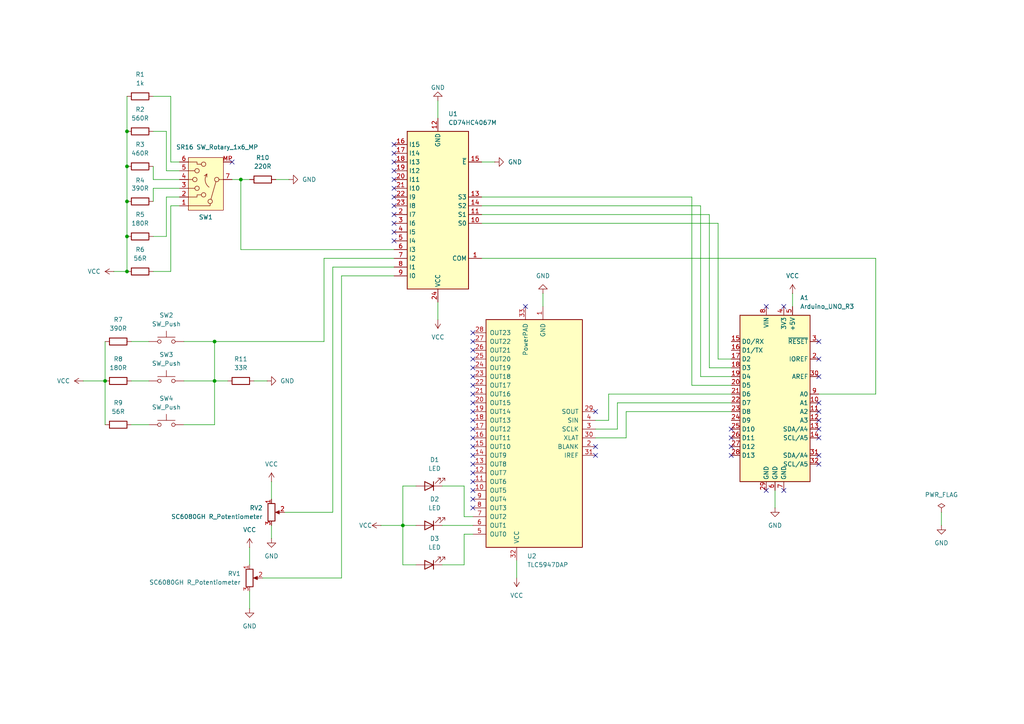
<source format=kicad_sch>
(kicad_sch (version 20231120) (generator "eeschema") (generator_version "8.0")
  (paper "A4")
  (title_block (title "Phaduino LFO Module") (date "2024-04-16") (rev "0.1") (company "callistix"))
  (lib_symbols
    (symbol "74xx:CD74HC4067M"
      (property "Reference" "U" (at -8.89 22.86 0))
      (property "Value" "CD74HC4067M" (at 1.27 22.86 0))
      (symbol "CD74HC4067M_0_1"
        (rectangle (start -8.89 21.59) (end 8.89 -24.13) (stroke (width 0.254)) (fill (type background)))
      )
      (symbol "CD74HC4067M_1_1"
        (pin passive line (at -12.7 12.7 0) (length 3.81) (name "COM") (number "1"))
        (pin input line (at -12.7 2.54 0) (length 3.81) (name "S0") (number "10"))
        (pin input line (at -12.7 0 0) (length 3.81) (name "S1") (number "11"))
        (pin power_in line (at 0 -27.94 90) (length 3.81) (name "GND") (number "12"))
        (pin input line (at -12.7 -5.08 0) (length 3.81) (name "S3") (number "13"))
        (pin input line (at -12.7 -2.54 0) (length 3.81) (name "S2") (number "14"))
        (pin input line (at -12.7 -15.24 0) (length 3.81) (name "~{E}") (number "15"))
        (pin passive line (at 12.7 -20.32 180) (length 3.81) (name "I15") (number "16"))
        (pin passive line (at 12.7 -17.78 180) (length 3.81) (name "I14") (number "17"))
        (pin passive line (at 12.7 -15.24 180) (length 3.81) (name "I13") (number "18"))
        (pin passive line (at 12.7 -12.7 180) (length 3.81) (name "I12") (number "19"))
        (pin passive line (at 12.7 0 180) (length 3.81) (name "I7") (number "2"))
        (pin passive line (at 12.7 -10.16 180) (length 3.81) (name "I11") (number "20"))
        (pin passive line (at 12.7 -7.62 180) (length 3.81) (name "I10") (number "21"))
        (pin passive line (at 12.7 -5.08 180) (length 3.81) (name "I9") (number "22"))
        (pin passive line (at 12.7 -2.54 180) (length 3.81) (name "I8") (number "23"))
        (pin power_in line (at 0 25.4 270) (length 3.81) (name "VCC") (number "24"))
        (pin passive line (at 12.7 2.54 180) (length 3.81) (name "I6") (number "3"))
        (pin passive line (at 12.7 5.08 180) (length 3.81) (name "I5") (number "4"))
        (pin passive line (at 12.7 7.62 180) (length 3.81) (name "I4") (number "5"))
        (pin passive line (at 12.7 10.16 180) (length 3.81) (name "I3") (number "6"))
        (pin passive line (at 12.7 12.7 180) (length 3.81) (name "I2") (number "7"))
        (pin passive line (at 12.7 15.24 180) (length 3.81) (name "I1") (number "8"))
        (pin passive line (at 12.7 17.78 180) (length 3.81) (name "I0") (number "9"))
      )
    )
    (symbol "Device:LED" (pin_numbers hide) (pin_names (offset 1.016) hide)
      (property "Reference" "D" (at 0 2.54 0))
      (property "Value" "LED" (at 0 -2.54 0))
      (symbol "LED_0_1"
        (polyline (pts (xy -1.27 -1.27) (xy -1.27 1.27)) (stroke (width 0.254)))
        (polyline (pts (xy -1.27 0) (xy 1.27 0)))
        (polyline (pts (xy 1.27 -1.27) (xy 1.27 1.27) (xy -1.27 0) (xy 1.27 -1.27)) (stroke (width 0.254)))
        (polyline (pts (xy -3.048 -0.762) (xy -4.572 -2.286) (xy -3.81 -2.286) (xy -4.572 -2.286) (xy -4.572 -1.524)))
        (polyline (pts (xy -1.778 -0.762) (xy -3.302 -2.286) (xy -2.54 -2.286) (xy -3.302 -2.286) (xy -3.302 -1.524)))
      )
      (symbol "LED_1_1"
        (pin passive line (at -3.81 0 0) (length 2.54) (name "K") (number "1"))
        (pin passive line (at 3.81 0 180) (length 2.54) (name "A") (number "2"))
      )
    )
    (symbol "Device:R" (pin_numbers hide) (pin_names (offset 0))
      (property "Reference" "R" (at 2.032 0 90))
      (property "Value" "R" (at 0 0 90))
      (symbol "R_0_1"
        (rectangle (start -1.016 -2.54) (end 1.016 2.54) (stroke (width 0.254)))
      )
      (symbol "R_1_1"
        (pin passive line (at 0 3.81 270) (length 1.27) (name "~") (number "1"))
        (pin passive line (at 0 -3.81 90) (length 1.27) (name "~") (number "2"))
      )
    )
    (symbol "Device:R_Potentiometer" (pin_names (offset 1.016) hide)
      (property "Reference" "RV" (at -4.445 0 90))
      (property "Value" "R_Potentiometer" (at -2.54 0 90))
      (symbol "R_Potentiometer_0_1"
        (polyline (pts (xy 2.54 0) (xy 1.524 0)))
        (polyline (pts (xy 1.143 0) (xy 2.286 0.508) (xy 2.286 -0.508) (xy 1.143 0)) (fill (type outline)))
        (rectangle (start 1.016 2.54) (end -1.016 -2.54) (stroke (width 0.254)))
      )
      (symbol "R_Potentiometer_1_1"
        (pin passive line (at 0 3.81 270) (length 1.27) (name "1") (number "1"))
        (pin passive line (at 3.81 0 180) (length 1.27) (name "2") (number "2"))
        (pin passive line (at 0 -3.81 90) (length 1.27) (name "3") (number "3"))
      )
    )
    (symbol "Driver_LED:TLC5947DAP" (pin_names (offset 1.016))
      (property "Reference" "U" (at -13.97 38.1 0))
      (property "Value" "TLC5947DAP" (at -13.97 35.56 0))
      (symbol "TLC5947DAP_0_1"
        (rectangle (start -13.97 34.29) (end 13.97 -31.75) (stroke (width 0.254)) (fill (type background)))
        (pin power_in line (at -2.54 -35.56 90) (length 3.81) (name "GND") (number "1"))
        (pin output line (at 17.78 17.78 180) (length 3.81) (name "OUT5") (number "10"))
        (pin output line (at 17.78 15.24 180) (length 3.81) (name "OUT6") (number "11"))
        (pin output line (at 17.78 12.7 180) (length 3.81) (name "OUT7") (number "12"))
        (pin output line (at 17.78 10.16 180) (length 3.81) (name "OUT8") (number "13"))
        (pin output line (at 17.78 7.62 180) (length 3.81) (name "OUT9") (number "14"))
        (pin output line (at 17.78 5.08 180) (length 3.81) (name "OUT10") (number "15"))
        (pin output line (at 17.78 2.54 180) (length 3.81) (name "OUT11") (number "16"))
        (pin output line (at 17.78 0 180) (length 3.81) (name "OUT12") (number "17"))
        (pin output line (at 17.78 -2.54 180) (length 3.81) (name "OUT13") (number "18"))
        (pin output line (at 17.78 -5.08 180) (length 3.81) (name "OUT14") (number "19"))
        (pin input line (at -17.78 5.08 0) (length 3.81) (name "BLANK") (number "2"))
        (pin output line (at 17.78 -7.62 180) (length 3.81) (name "OUT15") (number "20"))
        (pin output line (at 17.78 -10.16 180) (length 3.81) (name "OUT16") (number "21"))
        (pin output line (at 17.78 -12.7 180) (length 3.81) (name "OUT17") (number "22"))
        (pin output line (at 17.78 -15.24 180) (length 3.81) (name "OUT18") (number "23"))
        (pin output line (at 17.78 -17.78 180) (length 3.81) (name "OUT19") (number "24"))
        (pin output line (at 17.78 -20.32 180) (length 3.81) (name "OUT20") (number "25"))
        (pin output line (at 17.78 -22.86 180) (length 3.81) (name "OUT21") (number "26"))
        (pin output line (at 17.78 -25.4 180) (length 3.81) (name "OUT22") (number "27"))
        (pin output line (at 17.78 -27.94 180) (length 3.81) (name "OUT23") (number "28"))
        (pin output line (at -17.78 -5.08 0) (length 3.81) (name "SOUT") (number "29"))
        (pin input line (at -17.78 0 0) (length 3.81) (name "SCLK") (number "3"))
        (pin input line (at -17.78 2.54 0) (length 3.81) (name "XLAT") (number "30"))
        (pin input line (at -17.78 7.62 0) (length 3.81) (name "IREF") (number "31"))
        (pin power_in line (at 5.08 38.1 270) (length 3.81) (name "VCC") (number "32"))
        (pin power_in line (at 2.54 -35.56 90) (length 3.81) (name "PowerPAD") (number "33"))
        (pin input line (at -17.78 -2.54 0) (length 3.81) (name "SIN") (number "4"))
        (pin output line (at 17.78 30.48 180) (length 3.81) (name "OUT0") (number "5"))
        (pin output line (at 17.78 27.94 180) (length 3.81) (name "OUT1") (number "6"))
        (pin output line (at 17.78 25.4 180) (length 3.81) (name "OUT2") (number "7"))
        (pin output line (at 17.78 22.86 180) (length 3.81) (name "OUT3") (number "8"))
        (pin output line (at 17.78 20.32 180) (length 3.81) (name "OUT4") (number "9"))
      )
    )
    (symbol "MCU_Module:Arduino_UNO_R3"
      (property "Reference" "A" (at -10.16 23.495 0))
      (property "Value" "Arduino_UNO_R3" (at 5.08 -26.67 0))
      (symbol "Arduino_UNO_R3_0_1"
        (rectangle (start -10.16 22.86) (end 10.16 -25.4) (stroke (width 0.254)) (fill (type background)))
      )
      (symbol "Arduino_UNO_R3_1_1"
        (pin no_connect line (at -10.16 -20.32 0) (length 2.54) hide (name "NC") (number "1"))
        (pin bidirectional line (at 12.7 -2.54 180) (length 2.54) (name "A1") (number "10"))
        (pin bidirectional line (at 12.7 -5.08 180) (length 2.54) (name "A2") (number "11"))
        (pin bidirectional line (at 12.7 -7.62 180) (length 2.54) (name "A3") (number "12"))
        (pin bidirectional line (at 12.7 -10.16 180) (length 2.54) (name "SDA/A4") (number "13"))
        (pin bidirectional line (at 12.7 -12.7 180) (length 2.54) (name "SCL/A5") (number "14"))
        (pin bidirectional line (at -12.7 15.24 0) (length 2.54) (name "D0/RX") (number "15"))
        (pin bidirectional line (at -12.7 12.7 0) (length 2.54) (name "D1/TX") (number "16"))
        (pin bidirectional line (at -12.7 10.16 0) (length 2.54) (name "D2") (number "17"))
        (pin bidirectional line (at -12.7 7.62 0) (length 2.54) (name "D3") (number "18"))
        (pin bidirectional line (at -12.7 5.08 0) (length 2.54) (name "D4") (number "19"))
        (pin output line (at 12.7 10.16 180) (length 2.54) (name "IOREF") (number "2"))
        (pin bidirectional line (at -12.7 2.54 0) (length 2.54) (name "D5") (number "20"))
        (pin bidirectional line (at -12.7 0 0) (length 2.54) (name "D6") (number "21"))
        (pin bidirectional line (at -12.7 -2.54 0) (length 2.54) (name "D7") (number "22"))
        (pin bidirectional line (at -12.7 -5.08 0) (length 2.54) (name "D8") (number "23"))
        (pin bidirectional line (at -12.7 -7.62 0) (length 2.54) (name "D9") (number "24"))
        (pin bidirectional line (at -12.7 -10.16 0) (length 2.54) (name "D10") (number "25"))
        (pin bidirectional line (at -12.7 -12.7 0) (length 2.54) (name "D11") (number "26"))
        (pin bidirectional line (at -12.7 -15.24 0) (length 2.54) (name "D12") (number "27"))
        (pin bidirectional line (at -12.7 -17.78 0) (length 2.54) (name "D13") (number "28"))
        (pin power_in line (at -2.54 -27.94 90) (length 2.54) (name "GND") (number "29"))
        (pin input line (at 12.7 15.24 180) (length 2.54) (name "~{RESET}") (number "3"))
        (pin input line (at 12.7 5.08 180) (length 2.54) (name "AREF") (number "30"))
        (pin bidirectional line (at 12.7 -17.78 180) (length 2.54) (name "SDA/A4") (number "31"))
        (pin bidirectional line (at 12.7 -20.32 180) (length 2.54) (name "SCL/A5") (number "32"))
        (pin power_out line (at 2.54 25.4 270) (length 2.54) (name "3V3") (number "4"))
        (pin power_out line (at 5.08 25.4 270) (length 2.54) (name "+5V") (number "5"))
        (pin power_in line (at 0 -27.94 90) (length 2.54) (name "GND") (number "6"))
        (pin power_in line (at 2.54 -27.94 90) (length 2.54) (name "GND") (number "7"))
        (pin power_in line (at -2.54 25.4 270) (length 2.54) (name "VIN") (number "8"))
        (pin bidirectional line (at 12.7 0 180) (length 2.54) (name "A0") (number "9"))
      )
    )
    (symbol "Switch:SW_Push" (pin_numbers hide) (pin_names (offset 1.016) hide)
      (property "Reference" "SW" (at 1.27 2.54 0))
      (property "Value" "SW_Push" (at 0 -1.524 0))
      (symbol "SW_Push_0_1"
        (circle (center -2.032 0) (radius 0.508))
        (polyline (pts (xy 0 1.27) (xy 0 3.048)))
        (polyline (pts (xy 2.54 1.27) (xy -2.54 1.27)))
        (circle (center 2.032 0) (radius 0.508))
        (pin passive line (at -5.08 0 0) (length 2.54) (name "1") (number "1"))
        (pin passive line (at 5.08 0 180) (length 2.54) (name "2") (number "2"))
      )
    )
    (symbol "Switch:SW_Rotary_1x6_MP" (pin_names hide)
      (property "Reference" "SW" (at 0 10.16 0))
      (property "Value" "SW_Rotary_1x6_MP" (at 8.89 -7.62 0))
      (symbol "SW_Rotary_1x6_MP_0_1"
        (circle (center -3.175 0) (radius 0.635))
        (circle (center -1.27 6.35) (radius 0.635))
        (arc (start -0.3176 -1.5875) (mid 0.154 0.449) (end -0.9526 2.2225))
        (polyline (pts (xy -5.08 0) (xy -3.81 0)))
        (polyline (pts (xy -2.9464 0.6096) (xy -1.4732 5.7404)))
        (polyline (pts (xy -0.3176 -1.5875) (xy -0.3176 -1.5875)))
        (polyline (pts (xy -0.3176 -1.5875) (xy -0.3176 -0.6985)))
        (polyline (pts (xy -0.3176 -1.5875) (xy 0.4444 -1.0795)))
        (polyline (pts (xy 5.08 -2.54) (xy 3.175 -2.54)))
        (polyline (pts (xy 5.08 0) (xy 3.81 0)))
        (polyline (pts (xy 5.08 2.54) (xy 3.175 2.54)))
        (polyline (pts (xy 5.08 -5.08) (xy 2.54 -5.08) (xy 2.54 -4.445) (xy 1.27 -4.445)))
        (polyline (pts (xy 5.08 5.08) (xy 2.54 5.08) (xy 2.54 4.445) (xy 1.27 4.445)))
        (polyline (pts (xy 5.08 7.62) (xy -1.27 7.62) (xy -1.27 7.62) (xy -1.27 6.985)))
        (circle (center 0.635 -4.445) (radius 0.635))
        (circle (center 0.635 4.445) (radius 0.635))
        (circle (center 2.54 -2.54) (radius 0.635))
        (circle (center 2.54 2.54) (radius 0.635))
        (circle (center 3.175 0) (radius 0.635))
      )
      (symbol "SW_Rotary_1x6_MP_1_1"
        (polyline (pts (xy -5.08 8.89) (xy 5.08 8.89) (xy 5.08 -6.35) (xy -5.08 -6.35) (xy -5.08 8.89) (xy -5.08 8.89)) (fill (type background)))
        (pin passive line (at 7.62 7.62 180) (length 2.54) (name "") (number "1"))
        (pin passive line (at 7.62 5.08 180) (length 2.54) (name "") (number "2"))
        (pin passive line (at 7.62 2.54 180) (length 2.54) (name "") (number "3"))
        (pin passive line (at 7.62 0 180) (length 2.54) (name "") (number "4"))
        (pin passive line (at 7.62 -2.54 180) (length 2.54) (name "") (number "5"))
        (pin passive line (at 7.62 -5.08 180) (length 2.54) (name "") (number "6"))
        (pin passive line (at -7.62 0 0) (length 2.54) (name "") (number "7"))
        (pin passive line (at -7.62 -5.08 0) (length 2.54) (name "") (number "MP"))
      )
    )
    (symbol "power:GND" (power) (pin_numbers hide) (pin_names (offset 0) hide)
      (property "Value" "GND" (at 0 -3.81 0))
      (symbol "GND_0_1"
        (polyline (pts (xy 0 0) (xy 0 -1.27) (xy 1.27 -1.27) (xy 0 -2.54) (xy -1.27 -1.27) (xy 0 -1.27)))
      )
      (symbol "GND_1_1"
        (pin power_in line (at 0 0 270) (length 0) (name "~") (number "1"))
      )
    )
    (symbol "power:PWR_FLAG" (power) (pin_numbers hide) (pin_names (offset 0) hide)
      (property "Value" "PWR_FLAG" (at 0 3.81 0))
      (symbol "PWR_FLAG_0_0"
        (pin power_out line (at 0 0 90) (length 0) (name "~") (number "1"))
      )
      (symbol "PWR_FLAG_0_1"
        (polyline (pts (xy 0 0) (xy 0 1.27) (xy -1.016 1.905) (xy 0 2.54) (xy 1.016 1.905) (xy 0 1.27)))
      )
    )
    (symbol "power:VCC" (power) (pin_numbers hide) (pin_names (offset 0) hide)
      (property "Value" "VCC" (at 0 3.556 0))
      (symbol "VCC_0_1"
        (polyline (pts (xy -0.762 1.27) (xy 0 2.54)))
        (polyline (pts (xy 0 0) (xy 0 2.54)))
        (polyline (pts (xy 0 2.54) (xy 0.762 1.27)))
      )
      (symbol "VCC_1_1"
        (pin power_in line (at 0 0 90) (length 0) (name "~") (number "1"))
      )
    )
  )
  (junction (at 36.83 38.1))
  (junction (at 36.83 68.58))
  (junction (at 69.85 52.07))
  (junction (at 62.23 99.06))
  (junction (at 36.83 48.26))
  (junction (at 30.48 110.49))
  (junction (at 116.84 152.4))
  (junction (at 36.83 58.42))
  (junction (at 36.83 78.74))
  (junction (at 62.23 110.49))
  (no_connect (at 152.4 88.9))
  (no_connect (at 237.49 109.22))
  (no_connect (at 137.16 127))
  (no_connect (at 137.16 144.78))
  (no_connect (at 237.49 127))
  (no_connect (at 137.16 129.54))
  (no_connect (at 114.3 59.69))
  (no_connect (at 137.16 114.3))
  (no_connect (at 237.49 121.92))
  (no_connect (at 212.09 129.54))
  (no_connect (at 137.16 134.62))
  (no_connect (at 137.16 96.52))
  (no_connect (at 212.09 124.46))
  (no_connect (at 114.3 41.91))
  (no_connect (at 237.49 132.08))
  (no_connect (at 212.09 132.08))
  (no_connect (at 222.25 88.9))
  (no_connect (at 137.16 147.32))
  (no_connect (at 114.3 46.99))
  (no_connect (at 114.3 69.85))
  (no_connect (at 237.49 134.62))
  (no_connect (at 137.16 137.16))
  (no_connect (at 222.25 142.24))
  (no_connect (at 227.33 88.9))
  (no_connect (at 114.3 52.07))
  (no_connect (at 137.16 139.7))
  (no_connect (at 237.49 104.14))
  (no_connect (at 172.72 119.38))
  (no_connect (at 172.72 132.08))
  (no_connect (at 114.3 44.45))
  (no_connect (at 114.3 67.31))
  (no_connect (at 227.33 142.24))
  (no_connect (at 172.72 129.54))
  (no_connect (at 114.3 62.23))
  (no_connect (at 114.3 49.53))
  (no_connect (at 137.16 124.46))
  (no_connect (at 137.16 142.24))
  (no_connect (at 237.49 116.84))
  (no_connect (at 137.16 111.76))
  (no_connect (at 137.16 121.92))
  (no_connect (at 67.31 46.99))
  (no_connect (at 137.16 109.22))
  (no_connect (at 137.16 132.08))
  (no_connect (at 237.49 99.06))
  (no_connect (at 137.16 99.06))
  (no_connect (at 237.49 119.38))
  (no_connect (at 114.3 54.61))
  (no_connect (at 137.16 101.6))
  (no_connect (at 137.16 116.84))
  (no_connect (at 137.16 119.38))
  (no_connect (at 237.49 124.46))
  (no_connect (at 137.16 106.68))
  (no_connect (at 114.3 57.15))
  (no_connect (at 137.16 104.14))
  (no_connect (at 212.09 127))
  (no_connect (at 114.3 64.77))
  (wire (pts (xy 36.83 38.1) (xy 36.83 48.26)))
  (wire (pts (xy 96.52 77.47) (xy 114.3 77.47)))
  (wire (pts (xy 69.85 52.07) (xy 72.39 52.07)))
  (wire (pts (xy 76.2 167.64) (xy 99.06 167.64)))
  (wire (pts (xy 48.26 38.1) (xy 44.45 38.1)))
  (wire (pts (xy 120.65 140.97) (xy 116.84 140.97)))
  (wire (pts (xy 229.87 85.09) (xy 229.87 88.9)))
  (wire (pts (xy 67.31 52.07) (xy 69.85 52.07)))
  (wire (pts (xy 69.85 52.07) (xy 69.85 72.39)))
  (wire (pts (xy 128.27 152.4) (xy 137.16 152.4)))
  (wire (pts (xy 62.23 110.49) (xy 66.04 110.49)))
  (wire (pts (xy 137.16 149.86) (xy 134.62 149.86)))
  (wire (pts (xy 43.18 123.19) (xy 38.1 123.19)))
  (wire (pts (xy 137.16 154.94) (xy 134.62 154.94)))
  (wire (pts (xy 36.83 27.94) (xy 36.83 38.1)))
  (wire (pts (xy 72.39 171.45) (xy 72.39 176.53)))
  (wire (pts (xy 128.27 163.83) (xy 134.62 163.83)))
  (wire (pts (xy 62.23 110.49) (xy 53.34 110.49)))
  (wire (pts (xy 53.34 99.06) (xy 62.23 99.06)))
  (wire (pts (xy 99.06 167.64) (xy 99.06 80.01)))
  (wire (pts (xy 93.98 74.93) (xy 114.3 74.93)))
  (wire (pts (xy 78.74 139.7) (xy 78.74 144.78)))
  (wire (pts (xy 62.23 99.06) (xy 62.23 110.49)))
  (wire (pts (xy 139.7 46.99) (xy 143.51 46.99)))
  (wire (pts (xy 52.07 46.99) (xy 49.53 46.99)))
  (wire (pts (xy 181.61 127) (xy 181.61 119.38)))
  (wire (pts (xy 134.62 149.86) (xy 134.62 140.97)))
  (wire (pts (xy 116.84 163.83) (xy 120.65 163.83)))
  (wire (pts (xy 176.53 114.3) (xy 212.09 114.3)))
  (wire (pts (xy 200.66 57.15) (xy 200.66 111.76)))
  (wire (pts (xy 49.53 59.69) (xy 49.53 78.74)))
  (wire (pts (xy 96.52 148.59) (xy 96.52 77.47)))
  (wire (pts (xy 134.62 140.97) (xy 128.27 140.97)))
  (wire (pts (xy 224.79 142.24) (xy 224.79 147.32)))
  (wire (pts (xy 127 87.63) (xy 127 92.71)))
  (wire (pts (xy 110.49 152.4) (xy 116.84 152.4)))
  (wire (pts (xy 176.53 121.92) (xy 176.53 114.3)))
  (wire (pts (xy 200.66 111.76) (xy 212.09 111.76)))
  (wire (pts (xy 73.66 110.49) (xy 77.47 110.49)))
  (wire (pts (xy 48.26 57.15) (xy 48.26 68.58)))
  (wire (pts (xy 116.84 152.4) (xy 116.84 163.83)))
  (wire (pts (xy 82.55 148.59) (xy 96.52 148.59)))
  (wire (pts (xy 52.07 57.15) (xy 48.26 57.15)))
  (wire (pts (xy 273.05 148.59) (xy 273.05 152.4)))
  (wire (pts (xy 203.2 109.22) (xy 212.09 109.22)))
  (wire (pts (xy 139.7 74.93) (xy 254 74.93)))
  (wire (pts (xy 53.34 123.19) (xy 62.23 123.19)))
  (wire (pts (xy 208.28 64.77) (xy 208.28 104.14)))
  (wire (pts (xy 254 74.93) (xy 254 114.3)))
  (wire (pts (xy 205.74 62.23) (xy 205.74 106.68)))
  (wire (pts (xy 179.07 124.46) (xy 172.72 124.46)))
  (wire (pts (xy 139.7 62.23) (xy 205.74 62.23)))
  (wire (pts (xy 62.23 123.19) (xy 62.23 110.49)))
  (wire (pts (xy 43.18 99.06) (xy 38.1 99.06)))
  (wire (pts (xy 149.86 162.56) (xy 149.86 167.64)))
  (wire (pts (xy 52.07 49.53) (xy 48.26 49.53)))
  (wire (pts (xy 139.7 57.15) (xy 200.66 57.15)))
  (wire (pts (xy 36.83 78.74) (xy 33.02 78.74)))
  (wire (pts (xy 179.07 116.84) (xy 212.09 116.84)))
  (wire (pts (xy 139.7 59.69) (xy 203.2 59.69)))
  (wire (pts (xy 176.53 121.92) (xy 172.72 121.92)))
  (wire (pts (xy 237.49 114.3) (xy 254 114.3)))
  (wire (pts (xy 72.39 158.75) (xy 72.39 163.83)))
  (wire (pts (xy 52.07 54.61) (xy 44.45 54.61)))
  (wire (pts (xy 134.62 154.94) (xy 134.62 163.83)))
  (wire (pts (xy 93.98 99.06) (xy 93.98 74.93)))
  (wire (pts (xy 181.61 119.38) (xy 212.09 119.38)))
  (wire (pts (xy 49.53 78.74) (xy 44.45 78.74)))
  (wire (pts (xy 62.23 99.06) (xy 93.98 99.06)))
  (wire (pts (xy 36.83 68.58) (xy 36.83 78.74)))
  (wire (pts (xy 48.26 49.53) (xy 48.26 38.1)))
  (wire (pts (xy 49.53 46.99) (xy 49.53 27.94)))
  (wire (pts (xy 139.7 64.77) (xy 208.28 64.77)))
  (wire (pts (xy 83.82 52.07) (xy 80.01 52.07)))
  (wire (pts (xy 69.85 72.39) (xy 114.3 72.39)))
  (wire (pts (xy 48.26 68.58) (xy 44.45 68.58)))
  (wire (pts (xy 208.28 104.14) (xy 212.09 104.14)))
  (wire (pts (xy 52.07 59.69) (xy 49.53 59.69)))
  (wire (pts (xy 99.06 80.01) (xy 114.3 80.01)))
  (wire (pts (xy 203.2 59.69) (xy 203.2 109.22)))
  (wire (pts (xy 179.07 124.46) (xy 179.07 116.84)))
  (wire (pts (xy 78.74 152.4) (xy 78.74 156.21)))
  (wire (pts (xy 36.83 58.42) (xy 36.83 68.58)))
  (wire (pts (xy 30.48 123.19) (xy 30.48 110.49)))
  (wire (pts (xy 24.13 110.49) (xy 30.48 110.49)))
  (wire (pts (xy 52.07 52.07) (xy 44.45 52.07)))
  (wire (pts (xy 127 29.21) (xy 127 34.29)))
  (wire (pts (xy 116.84 140.97) (xy 116.84 152.4)))
  (wire (pts (xy 36.83 48.26) (xy 36.83 58.42)))
  (wire (pts (xy 116.84 152.4) (xy 120.65 152.4)))
  (wire (pts (xy 157.48 85.09) (xy 157.48 88.9)))
  (wire (pts (xy 205.74 106.68) (xy 212.09 106.68)))
  (wire (pts (xy 49.53 27.94) (xy 44.45 27.94)))
  (wire (pts (xy 44.45 52.07) (xy 44.45 48.26)))
  (wire (pts (xy 30.48 110.49) (xy 30.48 99.06)))
  (wire (pts (xy 43.18 110.49) (xy 38.1 110.49)))
  (wire (pts (xy 44.45 58.42) (xy 44.45 54.61)))
  (wire (pts (xy 172.72 127) (xy 181.61 127)))
  (symbol (lib_id "power:GND") (at 127 29.21 180) (unit 1)
    (property "Reference" "#PWR08" (effects (hide yes)))
    (property "Value" "GND" (at 127 25.4 0))
    (property "Description" "Power symbol creates a global label with name \"GND\" , ground" (effects (hide yes)))
  )
  (symbol (lib_id "power:VCC") (at 33.02 78.74 90) (unit 1)
    (property "Reference" "#PWR01" (effects (hide yes)))
    (property "Value" "VCC" (at 29.21 78.7401 90) (effects (justify left)))
    (property "Description" "Power symbol creates a global label with name \"VCC\"" (effects (hide yes)))
  )
  (symbol (lib_id "Device:R") (at 76.2 52.07 90) (unit 1)
    (property "Reference" "R10" (at 76.2 45.72 90))
    (property "Value" "220R" (at 76.2 48.26 90))
    (property "Description" "Resistor" (effects (hide yes)))
  )
  (symbol (lib_id "power:GND") (at 83.82 52.07 90) (unit 1)
    (property "Reference" "#PWR05" (effects (hide yes)))
    (property "Value" "GND" (at 87.63 52.0701 90) (effects (justify right)))
    (property "Description" "Power symbol creates a global label with name \"GND\" , ground" (effects (hide yes)))
  )
  (symbol (lib_id "Device:R") (at 34.29 110.49 90) (unit 1)
    (property "Reference" "R8" (at 34.29 104.14 90))
    (property "Value" "180R" (at 34.29 106.68 90))
    (property "Description" "Resistor" (effects (hide yes)))
  )
  (symbol (lib_id "MCU_Module:Arduino_UNO_R3") (at 224.79 114.3 0) (unit 1)
    (property "Reference" "A1" (at 232.0641 86.36 0) (effects (justify left)))
    (property "Value" "Arduino_UNO_R3" (at 232.0641 88.9 0) (effects (justify left)))
    (property "Footprint" "Module:Arduino_UNO_R3" (effects (hide yes)))
    (property "Datasheet" "https://www.arduino.cc/en/Main/arduinoBoardUno" (effects (hide yes)))
    (property "Description" "Arduino UNO Microcontroller Module, release 3" (effects (hide yes)))
  )
  (symbol (lib_id "power:GND") (at 157.48 85.09 180) (unit 1)
    (property "Reference" "#PWR012" (effects (hide yes)))
    (property "Value" "GND" (at 157.48 80.01 0))
    (property "Description" "Power symbol creates a global label with name \"GND\" , ground" (effects (hide yes)))
  )
  (symbol (lib_id "Device:R") (at 40.64 48.26 90) (unit 1)
    (property "Reference" "R3" (at 40.64 41.91 90))
    (property "Value" "460R" (at 40.64 44.45 90))
    (property "Description" "Resistor" (effects (hide yes)))
  )
  (symbol (lib_id "power:GND") (at 78.74 156.21 0) (unit 1)
    (property "Reference" "#PWR016" (effects (hide yes)))
    (property "Value" "GND" (at 78.74 161.29 0))
    (property "Description" "Power symbol creates a global label with name \"GND\" , ground" (effects (hide yes)))
  )
  (symbol (lib_id "power:GND") (at 273.05 152.4 0) (unit 1)
    (property "Reference" "#PWR015" (effects (hide yes)))
    (property "Value" "GND" (at 273.05 157.48 0))
    (property "Description" "Power symbol creates a global label with name \"GND\" , ground" (effects (hide yes)))
  )
  (symbol (lib_id "power:GND") (at 143.51 46.99 90) (unit 1)
    (property "Reference" "#PWR010" (effects (hide yes)))
    (property "Value" "GND" (at 147.32 46.9899 90) (effects (justify right)))
    (property "Description" "Power symbol creates a global label with name \"GND\" , ground" (effects (hide yes)))
  )
  (symbol (lib_id "Device:R") (at 34.29 99.06 90) (unit 1)
    (property "Reference" "R7" (at 34.29 92.71 90))
    (property "Value" "390R" (at 34.29 95.25 90))
    (property "Description" "Resistor" (effects (hide yes)))
  )
  (symbol (lib_id "Device:R") (at 40.64 78.74 90) (unit 1)
    (property "Reference" "R6" (at 40.64 72.39 90))
    (property "Value" "56R" (at 40.64 74.93 90))
    (property "Description" "Resistor" (effects (hide yes)))
  )
  (symbol (lib_id "Switch:SW_Push") (at 48.26 123.19 0) (unit 1)
    (property "Reference" "SW4" (at 48.26 115.57 0))
    (property "Value" "SW_Push" (at 48.26 118.11 0))
    (property "Datasheet" "https://ae01.alicdn.com/kf/Ha64b855cd2af4a9e8355bdf6917cb93dQ.jpg" (effects (hide yes)))
    (property "Description" "Push button switch, generic, two pins" (effects (hide yes)))
  )
  (symbol (lib_id "Device:R") (at 40.64 58.42 90) (unit 1)
    (property "Reference" "R4" (at 40.64 52.324 90))
    (property "Value" "390R" (at 40.64 54.61 90))
    (property "Description" "Resistor" (effects (hide yes)))
  )
  (symbol (lib_id "power:PWR_FLAG") (at 273.05 148.59 0) (unit 1)
    (property "Reference" "#FLG01" (effects (hide yes)))
    (property "Value" "PWR_FLAG" (at 273.05 143.51 0))
    (property "Description" "Special symbol for telling ERC where power comes from" (effects (hide yes)))
  )
  (symbol (lib_id "power:VCC") (at 72.39 158.75 0) (unit 1)
    (property "Reference" "#PWR03" (effects (hide yes)))
    (property "Value" "VCC" (at 72.39 153.67 0))
    (property "Description" "Power symbol creates a global label with name \"VCC\"" (effects (hide yes)))
  )
  (symbol (lib_id "Device:R") (at 40.64 27.94 90) (unit 1)
    (property "Reference" "R1" (at 40.64 21.59 90))
    (property "Value" "1k" (at 40.64 24.13 90))
    (property "Description" "Resistor" (effects (hide yes)))
  )
  (symbol (lib_id "Device:LED") (at 124.46 140.97 180) (unit 1)
    (property "Reference" "D1" (at 126.0475 133.35 0))
    (property "Value" "LED" (at 126.0475 135.89 0))
    (property "Description" "Light emitting diode" (effects (hide yes)))
  )
  (symbol (lib_id "Device:R") (at 40.64 68.58 90) (unit 1)
    (property "Reference" "R5" (at 40.64 62.23 90))
    (property "Value" "180R" (at 40.64 64.77 90))
    (property "Description" "Resistor" (effects (hide yes)))
  )
  (symbol (lib_id "Device:LED") (at 124.46 152.4 180) (unit 1)
    (property "Reference" "D2" (at 126.0475 144.78 0))
    (property "Value" "LED" (at 126.0475 147.32 0))
    (property "Description" "Light emitting diode" (effects (hide yes)))
  )
  (symbol (lib_id "power:GND") (at 77.47 110.49 90) (unit 1)
    (property "Reference" "#PWR06" (effects (hide yes)))
    (property "Value" "GND" (at 81.28 110.4899 90) (effects (justify right)))
    (property "Description" "Power symbol creates a global label with name \"GND\" , ground" (effects (hide yes)))
  )
  (symbol (lib_id "Device:R") (at 69.85 110.49 270) (unit 1)
    (property "Reference" "R11" (at 69.85 104.14 90))
    (property "Value" "33R" (at 69.85 106.68 90))
    (property "Description" "Resistor" (effects (hide yes)))
  )
  (symbol (lib_id "power:VCC") (at 149.86 167.64 180) (unit 1)
    (property "Reference" "#PWR011" (effects (hide yes)))
    (property "Value" "VCC" (at 149.86 172.72 0))
    (property "Description" "Power symbol creates a global label with name \"VCC\"" (effects (hide yes)))
  )
  (symbol (lib_id "Driver_LED:TLC5947DAP") (at 154.94 124.46 180) (unit 1)
    (property "Reference" "U2" (at 152.8765 161.29 0) (effects (justify right)))
    (property "Value" "TLC5947DAP" (at 152.8765 163.83 0) (effects (justify right)))
    (property "Footprint" "Package_SO:HTSSOP-32-1EP_6.1x11mm_P0.65mm_EP5.2x11mm_Mask4.11x4.36mm_ThermalVias" (effects (hide yes)))
    (property "Datasheet" "https://www.ti.com/lit/ds/symlink/tlc5947.pdf" (effects (hide yes)))
    (property "Description" "24-Channel, 12-Bit PWM LED Driver, HTSSOP" (effects (hide yes)))
  )
  (symbol (lib_id "Device:R") (at 40.64 38.1 90) (unit 1)
    (property "Reference" "R2" (at 40.64 31.75 90))
    (property "Value" "560R" (at 40.64 34.29 90))
    (property "Description" "Resistor" (effects (hide yes)))
  )
  (symbol (lib_id "Switch:SW_Rotary_1x6_MP") (at 59.69 52.07 180) (unit 1)
    (property "Reference" "SW1" (at 59.69 62.992 0))
    (property "Value" "SR16 SW_Rotary_1x6_MP" (at 62.992 42.672 0))
    (property "Datasheet" "https://ae01.alicdn.com/kf/S429ed770be804cc08330cb0ba17e1a0cW.jpg" (effects (hide yes)))
    (property "Description" "Rotary switch 1x6, SP6T with mount point" (effects (hide yes)))
  )
  (symbol (lib_id "power:GND") (at 72.39 176.53 0) (unit 1)
    (property "Reference" "#PWR04" (effects (hide yes)))
    (property "Value" "GND" (at 72.39 181.61 0))
    (property "Description" "Power symbol creates a global label with name \"GND\" , ground" (effects (hide yes)))
  )
  (symbol (lib_id "Switch:SW_Push") (at 48.26 110.49 0) (unit 1)
    (property "Reference" "SW3" (at 48.26 102.87 0))
    (property "Value" "SW_Push" (at 48.26 105.41 0))
    (property "Datasheet" "https://ae01.alicdn.com/kf/Ha64b855cd2af4a9e8355bdf6917cb93dQ.jpg" (effects (hide yes)))
    (property "Description" "Push button switch, generic, two pins" (effects (hide yes)))
  )
  (symbol (lib_id "Device:LED") (at 124.46 163.83 180) (unit 1)
    (property "Reference" "D3" (at 126.0475 156.21 0))
    (property "Value" "LED" (at 126.0475 158.75 0))
    (property "Description" "Light emitting diode" (effects (hide yes)))
  )
  (symbol (lib_id "74xx:CD74HC4067M") (at 127 62.23 180) (unit 1)
    (property "Reference" "U1" (at 130.0165 33.02 0) (effects (justify right)))
    (property "Value" "CD74HC4067M" (at 130.0165 35.56 0) (effects (justify right)))
    (property "Footprint" "Package_SO:SOIC-24W_7.5x15.4mm_P1.27mm" (effects (hide yes)))
    (property "Datasheet" "http://www.ti.com/lit/ds/symlink/cd74hc4067.pdf" (effects (hide yes)))
    (property "Description" "High-Speed CMOS Logic 16-Channel Analog Multiplexer/Demultiplexer, SOIC-24" (effects (hide yes)))
  )
  (symbol (lib_id "power:VCC") (at 229.87 85.09 0) (unit 1)
    (property "Reference" "#PWR014" (effects (hide yes)))
    (property "Value" "VCC" (at 229.87 80.01 0))
    (property "Description" "Power symbol creates a global label with name \"VCC\"" (effects (hide yes)))
  )
  (symbol (lib_id "power:VCC") (at 110.49 152.4 90) (unit 1)
    (property "Reference" "#PWR07" (effects (hide yes)))
    (property "Value" "VCC" (at 107.95 152.3999 90) (effects (justify left)))
    (property "Description" "Power symbol creates a global label with name \"VCC\"" (effects (hide yes)))
  )
  (symbol (lib_id "Device:R_Potentiometer") (at 72.39 167.64 0) (unit 1)
    (property "Reference" "RV1" (at 69.85 166.3699 0) (effects (justify right)))
    (property "Value" "SC6080GH R_Potentiometer" (at 69.85 168.9099 0) (effects (justify right)))
    (property "Datasheet" "https://ae01.alicdn.com/kf/S4e5feccce45d4e90a10ab3d2473ecfbaM.jpg" (effects (hide yes)))
    (property "Description" "Potentiometer" (effects (hide yes)))
  )
  (symbol (lib_id "power:VCC") (at 78.74 139.7 0) (unit 1)
    (property "Reference" "#PWR017" (effects (hide yes)))
    (property "Value" "VCC" (at 78.74 134.62 0))
    (property "Description" "Power symbol creates a global label with name \"VCC\"" (effects (hide yes)))
  )
  (symbol (lib_id "power:VCC") (at 24.13 110.49 90) (unit 1)
    (property "Reference" "#PWR02" (effects (hide yes)))
    (property "Value" "VCC" (at 20.32 110.4901 90) (effects (justify left)))
    (property "Description" "Power symbol creates a global label with name \"VCC\"" (effects (hide yes)))
  )
  (symbol (lib_id "Device:R") (at 34.29 123.19 90) (unit 1)
    (property "Reference" "R9" (at 34.29 116.84 90))
    (property "Value" "56R" (at 34.29 119.38 90))
    (property "Description" "Resistor" (effects (hide yes)))
  )
  (symbol (lib_id "power:VCC") (at 127 92.71 180) (unit 1)
    (property "Reference" "#PWR09" (effects (hide yes)))
    (property "Value" "VCC" (at 127 97.79 0))
    (property "Description" "Power symbol creates a global label with name \"VCC\"" (effects (hide yes)))
  )
  (symbol (lib_id "Switch:SW_Push") (at 48.26 99.06 0) (unit 1)
    (property "Reference" "SW2" (at 48.26 91.44 0))
    (property "Value" "SW_Push" (at 48.26 93.98 0))
    (property "Datasheet" "https://ae01.alicdn.com/kf/Ha64b855cd2af4a9e8355bdf6917cb93dQ.jpg" (effects (hide yes)))
    (property "Description" "Push button switch, generic, two pins" (effects (hide yes)))
  )
  (symbol (lib_id "Device:R_Potentiometer") (at 78.74 148.59 0) (unit 1)
    (property "Reference" "RV2" (at 76.2 147.3199 0) (effects (justify right)))
    (property "Value" "SC6080GH R_Potentiometer" (at 76.2 149.8599 0) (effects (justify right)))
    (property "Datasheet" "https://ae01.alicdn.com/kf/S4e5feccce45d4e90a10ab3d2473ecfbaM.jpg" (effects (hide yes)))
    (property "Description" "Potentiometer" (effects (hide yes)))
  )
  (symbol (lib_id "power:GND") (at 224.79 147.32 0) (unit 1)
    (property "Reference" "#PWR013" (effects (hide yes)))
    (property "Value" "GND" (at 224.79 152.4 0))
    (property "Description" "Power symbol creates a global label with name \"GND\" , ground" (effects (hide yes)))
  )
)
</source>
